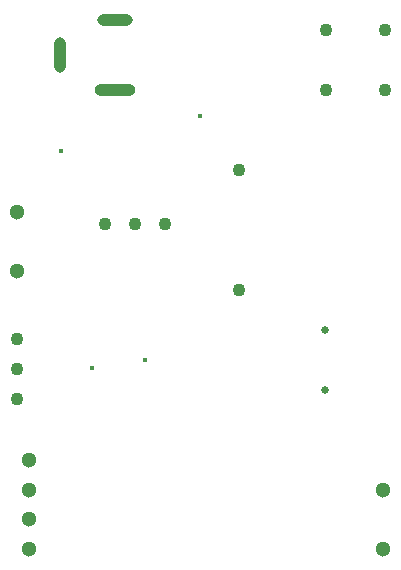
<source format=gbr>
%TF.GenerationSoftware,KiCad,Pcbnew,7.0.8*%
%TF.CreationDate,2023-10-06T13:02:50-07:00*%
%TF.ProjectId,Project_1,50726f6a-6563-4745-9f31-2e6b69636164,rev?*%
%TF.SameCoordinates,Original*%
%TF.FileFunction,Plated,1,2,PTH,Mixed*%
%TF.FilePolarity,Positive*%
%FSLAX46Y46*%
G04 Gerber Fmt 4.6, Leading zero omitted, Abs format (unit mm)*
G04 Created by KiCad (PCBNEW 7.0.8) date 2023-10-06 13:02:50*
%MOMM*%
%LPD*%
G01*
G04 APERTURE LIST*
%TA.AperFunction,ViaDrill*%
%ADD10C,0.400000*%
%TD*%
%TA.AperFunction,ComponentDrill*%
%ADD11C,0.650000*%
%TD*%
G04 aperture for slot hole*
%TA.AperFunction,ComponentDrill*%
%ADD12O,1.000000X3.000000*%
%TD*%
G04 aperture for slot hole*
%TA.AperFunction,ComponentDrill*%
%ADD13O,3.000000X1.000000*%
%TD*%
G04 aperture for slot hole*
%TA.AperFunction,ComponentDrill*%
%ADD14O,3.500000X1.000000*%
%TD*%
%TA.AperFunction,ComponentDrill*%
%ADD15C,1.100000*%
%TD*%
%TA.AperFunction,ComponentDrill*%
%ADD16C,1.300000*%
%TD*%
G04 APERTURE END LIST*
D10*
X76700000Y-81300000D03*
X79300000Y-99700000D03*
X83820000Y-99060000D03*
X88500000Y-78400000D03*
D11*
%TO.C,C3*%
X99060000Y-96520000D03*
X99060000Y-101520000D03*
D12*
%TO.C,J1*%
X76580000Y-73200000D03*
D13*
X81280000Y-70200000D03*
D14*
X81280000Y-76200000D03*
D15*
%TO.C,Q1*%
X73000000Y-97210000D03*
X73000000Y-99750000D03*
X73000000Y-102290000D03*
%TO.C,U1*%
X80420000Y-87500000D03*
X82960000Y-87500000D03*
X85500000Y-87500000D03*
%TO.C,D1*%
X91750000Y-82920000D03*
X91750000Y-93080000D03*
%TO.C,SW1*%
X99140000Y-71120000D03*
X99140000Y-76120000D03*
X104140000Y-71120000D03*
X104140000Y-76120000D03*
D16*
%TO.C,TB1*%
X73000000Y-86500000D03*
X73000000Y-91500000D03*
%TO.C,RV2*%
X74000000Y-107500000D03*
X74000000Y-110000000D03*
X74000000Y-112500000D03*
X74000000Y-115000000D03*
X104000000Y-110000000D03*
X104000000Y-115000000D03*
M02*

</source>
